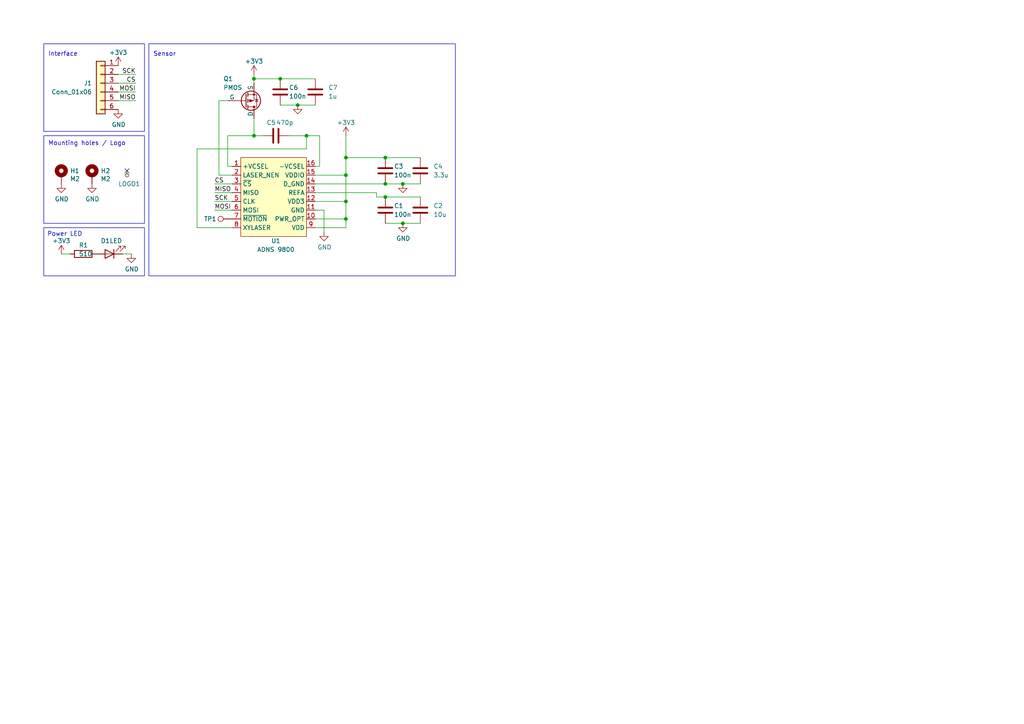
<source format=kicad_sch>
(kicad_sch (version 20230121) (generator eeschema)
  (paper "A4")
  (title_block (title "Module Optique") (date "2023-09-20") (rev "V1.0"))
  (lib_symbols
    (symbol "ComponentsEvo:ADNS_9800"
      (property "Reference" "U?" (at 0 15.24 0))
      (property "Value" "ADNS 9800" (at 0 12.7 0))
      (symbol "ADNS_9800_1_1"
        (rectangle (start -10.16 11.43) (end 8.89 -11.43) (fill (type background)))
        (pin input line (at -12.7 8.89 0) (length 2.54) (name "+VCSEL") (number "1"))
        (pin input line (at 11.43 -6.35 180) (length 2.54) (name "PWR_OPT") (number "10"))
        (pin power_in line (at 11.43 -3.81 180) (length 2.54) (name "GND") (number "11"))
        (pin unspecified line (at 11.43 -1.27 180) (length 2.54) (name "VDD3") (number "12"))
        (pin power_out line (at 11.43 1.27 180) (length 2.54) (name "REFA") (number "13"))
        (pin power_in line (at 11.43 3.81 180) (length 2.54) (name "D_GND") (number "14"))
        (pin power_in line (at 11.43 6.35 180) (length 2.54) (name "VDDIO") (number "15"))
        (pin power_in line (at 11.43 8.89 180) (length 2.54) (name "-VCSEL") (number "16"))
        (pin output line (at -12.7 6.35 0) (length 2.54) (name "LASER_NEN") (number "2"))
        (pin input line (at -12.7 3.81 0) (length 2.54) (name "~{CS}") (number "3"))
        (pin input line (at -12.7 1.27 0) (length 2.54) (name "MISO") (number "4"))
        (pin input line (at -12.7 -1.27 0) (length 2.54) (name "CLK") (number "5"))
        (pin output line (at -12.7 -3.81 0) (length 2.54) (name "MOSI") (number "6"))
        (pin output line (at -12.7 -6.35 0) (length 2.54) (name "~{MOTION}") (number "7"))
        (pin unspecified line (at -12.7 -8.89 0) (length 2.54) (name "XYLASER") (number "8"))
        (pin power_in line (at 11.43 -8.89 180) (length 2.54) (name "VDD") (number "9"))
      )
    )
    (symbol "Connector:TestPoint" (pin_numbers hide) (pin_names (offset 0.762) hide)
      (property "Reference" "TP" (at 0 6.858 0))
      (property "Value" "TestPoint" (at 0 5.08 0))
      (symbol "TestPoint_0_1"
        (circle (center 0 3.302) (radius 0.762))
      )
      (symbol "TestPoint_1_1"
        (pin passive line (at 0 0 90) (length 2.54) (name "1") (number "1"))
      )
    )
    (symbol "Connector:TestPoint_Small" (pin_numbers hide) (pin_names (offset 0.762) hide)
      (property "Reference" "TP" (at 0 3.81 0))
      (property "Value" "TestPoint_Small" (at 0 2.032 0))
      (symbol "TestPoint_Small_0_1"
        (circle (center 0 0) (radius 0.508))
      )
      (symbol "TestPoint_Small_1_1"
        (pin passive line (at 0 0 90) (length 0) (name "1") (number "1"))
      )
    )
    (symbol "Connector_Generic:Conn_01x06" (pin_names (offset 1.016) hide)
      (property "Reference" "J" (at 0 7.62 0))
      (property "Value" "Conn_01x06" (at 0 -10.16 0))
      (symbol "Conn_01x06_1_1"
        (rectangle (start -1.27 -7.493) (end 0 -7.747) (stroke (width 0.1524)))
        (rectangle (start -1.27 -4.953) (end 0 -5.207) (stroke (width 0.1524)))
        (rectangle (start -1.27 -2.413) (end 0 -2.667) (stroke (width 0.1524)))
        (rectangle (start -1.27 0.127) (end 0 -0.127) (stroke (width 0.1524)))
        (rectangle (start -1.27 2.667) (end 0 2.413) (stroke (width 0.1524)))
        (rectangle (start -1.27 5.207) (end 0 4.953) (stroke (width 0.1524)))
        (rectangle (start -1.27 6.35) (end 1.27 -8.89) (stroke (width 0.254)) (fill (type background)))
        (pin passive line (at -5.08 5.08 0) (length 3.81) (name "Pin_1") (number "1"))
        (pin passive line (at -5.08 2.54 0) (length 3.81) (name "Pin_2") (number "2"))
        (pin passive line (at -5.08 0 0) (length 3.81) (name "Pin_3") (number "3"))
        (pin passive line (at -5.08 -2.54 0) (length 3.81) (name "Pin_4") (number "4"))
        (pin passive line (at -5.08 -5.08 0) (length 3.81) (name "Pin_5") (number "5"))
        (pin passive line (at -5.08 -7.62 0) (length 3.81) (name "Pin_6") (number "6"))
      )
    )
    (symbol "Device:C" (pin_numbers hide) (pin_names (offset 0.254))
      (property "Reference" "C" (at 0.635 2.54 0))
      (property "Value" "C" (at 0.635 -2.54 0))
      (symbol "C_0_1"
        (polyline (pts (xy -2.032 -0.762) (xy 2.032 -0.762)) (stroke (width 0.508)))
        (polyline (pts (xy -2.032 0.762) (xy 2.032 0.762)) (stroke (width 0.508)))
      )
      (symbol "C_1_1"
        (pin passive line (at 0 3.81 270) (length 2.794) (name "~") (number "1"))
        (pin passive line (at 0 -3.81 90) (length 2.794) (name "~") (number "2"))
      )
    )
    (symbol "Device:LED" (pin_numbers hide) (pin_names (offset 1.016) hide)
      (property "Reference" "D" (at 0 2.54 0))
      (property "Value" "LED" (at 0 -2.54 0))
      (symbol "LED_0_1"
        (polyline (pts (xy -1.27 -1.27) (xy -1.27 1.27)) (stroke (width 0.254)))
        (polyline (pts (xy -1.27 0) (xy 1.27 0)))
        (polyline (pts (xy 1.27 -1.27) (xy 1.27 1.27) (xy -1.27 0) (xy 1.27 -1.27)) (stroke (width 0.254)))
        (polyline (pts (xy -3.048 -0.762) (xy -4.572 -2.286) (xy -3.81 -2.286) (xy -4.572 -2.286) (xy -4.572 -1.524)))
        (polyline (pts (xy -1.778 -0.762) (xy -3.302 -2.286) (xy -2.54 -2.286) (xy -3.302 -2.286) (xy -3.302 -1.524)))
      )
      (symbol "LED_1_1"
        (pin passive line (at -3.81 0 0) (length 2.54) (name "K") (number "1"))
        (pin passive line (at 3.81 0 180) (length 2.54) (name "A") (number "2"))
      )
    )
    (symbol "Device:R" (pin_numbers hide) (pin_names (offset 0))
      (property "Reference" "R" (at 2.032 0 90))
      (property "Value" "R" (at 0 0 90))
      (symbol "R_0_1"
        (rectangle (start -1.016 -2.54) (end 1.016 2.54) (stroke (width 0.254)))
      )
      (symbol "R_1_1"
        (pin passive line (at 0 3.81 270) (length 1.27) (name "~") (number "1"))
        (pin passive line (at 0 -3.81 90) (length 1.27) (name "~") (number "2"))
      )
    )
    (symbol "Mechanical:MountingHole_Pad" (pin_numbers hide) (pin_names (offset 1.016) hide)
      (property "Reference" "H" (at 0 6.35 0))
      (property "Value" "MountingHole_Pad" (at 0 4.445 0))
      (symbol "MountingHole_Pad_0_1"
        (circle (center 0 1.27) (radius 1.27) (stroke (width 1.27)))
      )
      (symbol "MountingHole_Pad_1_1"
        (pin input line (at 0 -2.54 90) (length 2.54) (name "1") (number "1"))
      )
    )
    (symbol "Simulation_SPICE:PMOS" (pin_numbers hide) (pin_names (offset 0))
      (property "Reference" "Q" (at 5.08 1.27 0))
      (property "Value" "PMOS" (at 5.08 -1.27 0))
      (symbol "PMOS_0_1"
        (polyline (pts (xy 0.254 0) (xy -2.54 0)))
        (polyline (pts (xy 0.254 1.905) (xy 0.254 -1.905)) (stroke (width 0.254)))
        (polyline (pts (xy 0.762 -1.27) (xy 0.762 -2.286)) (stroke (width 0.254)))
        (polyline (pts (xy 0.762 0.508) (xy 0.762 -0.508)) (stroke (width 0.254)))
        (polyline (pts (xy 0.762 2.286) (xy 0.762 1.27)) (stroke (width 0.254)))
        (polyline (pts (xy 2.54 2.54) (xy 2.54 1.778)))
        (polyline (pts (xy 2.54 -2.54) (xy 2.54 0) (xy 0.762 0)))
        (polyline (pts (xy 0.762 1.778) (xy 3.302 1.778) (xy 3.302 -1.778) (xy 0.762 -1.778)))
        (polyline (pts (xy 2.286 0) (xy 1.27 0.381) (xy 1.27 -0.381) (xy 2.286 0)) (fill (type outline)))
        (polyline (pts (xy 2.794 -0.508) (xy 2.921 -0.381) (xy 3.683 -0.381) (xy 3.81 -0.254)))
        (polyline (pts (xy 3.302 -0.381) (xy 2.921 0.254) (xy 3.683 0.254) (xy 3.302 -0.381)))
        (circle (center 1.651 0) (radius 2.794) (stroke (width 0.254)))
        (circle (center 2.54 -1.778) (radius 0.254) (fill (type outline)))
        (circle (center 2.54 1.778) (radius 0.254) (fill (type outline)))
      )
      (symbol "PMOS_1_1"
        (pin passive line (at 2.54 5.08 270) (length 2.54) (name "D") (number "1"))
        (pin input line (at -5.08 0 0) (length 2.54) (name "G") (number "2"))
        (pin passive line (at 2.54 -5.08 90) (length 2.54) (name "S") (number "3"))
      )
    )
    (symbol "carte asserv holo-rescue:+3.3V-power" (power) (pin_names (offset 0))
      (property "Value" "+3.3V-power" (at 0 3.556 0))
      (symbol "+3.3V-power_0_1"
        (polyline (pts (xy -0.762 1.27) (xy 0 2.54)))
        (polyline (pts (xy 0 0) (xy 0 2.54)))
        (polyline (pts (xy 0 2.54) (xy 0.762 1.27)))
      )
      (symbol "+3.3V-power_1_1"
        (pin power_in line (at 0 0 90) (length 0) hide (name "+3V3") (number "1"))
      )
    )
    (symbol "power:GND" (power) (pin_names (offset 0))
      (property "Value" "GND" (at 0 -3.81 0))
      (symbol "GND_0_1"
        (polyline (pts (xy 0 0) (xy 0 -1.27) (xy 1.27 -1.27) (xy 0 -2.54) (xy -1.27 -1.27) (xy 0 -1.27)))
      )
      (symbol "GND_1_1"
        (pin power_in line (at 0 0 270) (length 0) hide (name "GND") (number "1"))
      )
    )
  )
  (junction (at 111.76 53.34))
  (junction (at 88.9 39.37))
  (junction (at 81.28 22.86))
  (junction (at 86.36 30.48))
  (junction (at 116.84 64.77))
  (junction (at 73.66 22.86))
  (junction (at 100.33 50.8))
  (junction (at 111.76 45.72))
  (junction (at 100.33 63.5))
  (junction (at 116.84 53.34))
  (junction (at 100.33 45.72))
  (junction (at 73.66 39.37))
  (junction (at 100.33 58.42))
  (junction (at 111.76 57.15))
  (no_connect (at 36.83 49.53))
  (wire (pts (xy 111.76 53.34) (xy 116.84 53.34)))
  (wire (pts (xy 91.44 53.34) (xy 111.76 53.34)))
  (wire (pts (xy 62.23 60.96) (xy 67.31 60.96)))
  (wire (pts (xy 91.44 58.42) (xy 100.33 58.42)))
  (wire (pts (xy 88.9 43.18) (xy 88.9 39.37)))
  (wire (pts (xy 81.28 22.86) (xy 73.66 22.86)))
  (wire (pts (xy 17.78 73.66) (xy 20.32 73.66)))
  (wire (pts (xy 109.22 55.88) (xy 91.44 55.88)))
  (wire (pts (xy 111.76 64.77) (xy 116.84 64.77)))
  (wire (pts (xy 116.84 53.34) (xy 121.92 53.34)))
  (wire (pts (xy 73.66 39.37) (xy 76.2 39.37)))
  (wire (pts (xy 73.66 34.29) (xy 73.66 39.37)))
  (wire (pts (xy 92.71 48.26) (xy 91.44 48.26)))
  (wire (pts (xy 67.31 66.04) (xy 57.15 66.04)))
  (wire (pts (xy 73.66 21.59) (xy 73.66 22.86)))
  (wire (pts (xy 109.22 57.15) (xy 111.76 57.15)))
  (wire (pts (xy 66.04 48.26) (xy 67.31 48.26)))
  (wire (pts (xy 36.83 49.53) (xy 36.83 50.8)))
  (wire (pts (xy 62.23 53.34) (xy 67.31 53.34)))
  (wire (pts (xy 109.22 57.15) (xy 109.22 55.88)))
  (wire (pts (xy 57.15 43.18) (xy 88.9 43.18)))
  (wire (pts (xy 100.33 45.72) (xy 100.33 50.8)))
  (wire (pts (xy 81.28 30.48) (xy 86.36 30.48)))
  (wire (pts (xy 91.44 60.96) (xy 93.98 60.96)))
  (wire (pts (xy 111.76 57.15) (xy 121.92 57.15)))
  (wire (pts (xy 100.33 45.72) (xy 111.76 45.72)))
  (wire (pts (xy 34.29 26.67) (xy 39.37 26.67)))
  (wire (pts (xy 86.36 30.48) (xy 91.44 30.48)))
  (wire (pts (xy 91.44 50.8) (xy 100.33 50.8)))
  (wire (pts (xy 34.29 21.59) (xy 39.37 21.59)))
  (wire (pts (xy 34.29 29.21) (xy 39.37 29.21)))
  (wire (pts (xy 91.44 66.04) (xy 100.33 66.04)))
  (wire (pts (xy 92.71 39.37) (xy 92.71 48.26)))
  (wire (pts (xy 34.29 24.13) (xy 39.37 24.13)))
  (wire (pts (xy 62.23 58.42) (xy 67.31 58.42)))
  (wire (pts (xy 73.66 22.86) (xy 73.66 24.13)))
  (wire (pts (xy 91.44 63.5) (xy 100.33 63.5)))
  (wire (pts (xy 57.15 66.04) (xy 57.15 43.18)))
  (wire (pts (xy 100.33 63.5) (xy 100.33 66.04)))
  (wire (pts (xy 100.33 39.37) (xy 100.33 45.72)))
  (wire (pts (xy 81.28 22.86) (xy 91.44 22.86)))
  (wire (pts (xy 116.84 64.77) (xy 121.92 64.77)))
  (wire (pts (xy 88.9 39.37) (xy 92.71 39.37)))
  (wire (pts (xy 111.76 45.72) (xy 121.92 45.72)))
  (wire (pts (xy 38.1 73.66) (xy 35.56 73.66)))
  (wire (pts (xy 83.82 39.37) (xy 88.9 39.37)))
  (wire (pts (xy 93.98 60.96) (xy 93.98 67.31)))
  (wire (pts (xy 63.5 29.21) (xy 63.5 50.8)))
  (wire (pts (xy 63.5 50.8) (xy 67.31 50.8)))
  (wire (pts (xy 100.33 50.8) (xy 100.33 58.42)))
  (wire (pts (xy 100.33 58.42) (xy 100.33 63.5)))
  (wire (pts (xy 73.66 39.37) (xy 66.04 39.37)))
  (wire (pts (xy 66.04 39.37) (xy 66.04 48.26)))
  (wire (pts (xy 66.04 29.21) (xy 63.5 29.21)))
  (wire (pts (xy 62.23 55.88) (xy 67.31 55.88)))
  (rectangle (start 12.7 39.37) (end 41.91 64.77))
  (rectangle (start 12.7 12.7) (end 41.91 38.1))
  (rectangle (start 43.18 12.7) (end 132.08 80.01))
  (text_box "Power LED\n" (at 12.7 66.04 0) (size 29.21 13.97) (effects (font (size 1.27 1.27)) (justify left top)))
  (text "Interface \n" (at 13.97 16.51 0) (effects (font (size 1.27 1.27)) (justify left bottom)))
  (text "Sensor\n" (at 44.45 16.51 0) (effects (font (size 1.27 1.27)) (justify left bottom)))
  (text "Mounting holes / Logo\n\n" (at 13.97 44.45 0) (effects (font (size 1.27 1.27)) (justify left bottom)))
  (label "MISO" (at 62.23 55.88 0))
  (label "SCK" (at 62.23 58.42 0))
  (label "CS" (at 39.37 24.13 180))
  (label "CS" (at 62.23 53.34 0))
  (label "MOSI" (at 39.37 26.67 180))
  (label "SCK" (at 39.37 21.59 180))
  (label "MOSI" (at 62.23 60.96 0))
  (label "MISO" (at 39.37 29.21 180))
  (symbol (lib_id "power:GND") (at 34.29 31.75 0) (unit 1)
    (property "Reference" "#PWR02" (effects hide))
    (property "Value" "GND" (at 34.417 36.1442 0))
  )
  (symbol (lib_id "power:GND") (at 17.78 53.34 0) (unit 1)
    (property "Reference" "#PWR09" (effects hide))
    (property "Value" "GND" (at 17.907 57.7342 0))
  )
  (symbol (lib_id "power:GND") (at 93.98 67.31 0) (unit 1)
    (property "Reference" "#PWR03" (effects hide))
    (property "Value" "GND" (at 94.107 71.7042 0))
  )
  (symbol (lib_id "Mechanical:MountingHole_Pad") (at 26.67 50.8 0) (unit 1)
    (property "Reference" "H2" (at 29.21 49.5554 0) (effects (justify left)))
    (property "Value" "M2" (at 29.21 51.8668 0) (effects (justify left)))
    (property "Footprint" "MountingHole:MountingHole_2.2mm_M2_DIN965_Pad" (effects hide))
  )
  (symbol (lib_id "Device:C") (at 111.76 60.96 0) (unit 1)
    (property "Reference" "C1" (at 114.3 59.69 0) (effects (justify left)))
    (property "Value" "100n" (at 114.3 62.23 0) (effects (justify left)))
    (property "Footprint" "Capacitor_SMD:C_0603_1608Metric" (effects hide))
  )
  (symbol (lib_id "Device:R") (at 24.13 73.66 90) (unit 1)
    (property "Reference" "R1" (at 22.86 71.12 90) (effects (justify right)))
    (property "Value" "510" (at 22.86 73.66 90) (effects (justify right)))
    (property "Footprint" "Resistor_SMD:R_0603_1608Metric" (effects hide))
  )
  (symbol (lib_id "power:GND") (at 116.84 64.77 0) (unit 1)
    (property "Reference" "#PWR05" (effects hide))
    (property "Value" "GND" (at 116.967 69.1642 0))
  )
  (symbol (lib_id "Device:C") (at 80.01 39.37 90) (unit 1)
    (property "Reference" "C5" (at 80.01 35.56 90) (effects (justify left)))
    (property "Value" "470p" (at 85.09 35.56 90) (effects (justify left)))
    (property "Footprint" "Capacitor_SMD:C_0603_1608Metric" (effects hide))
  )
  (symbol (lib_id "Connector_Generic:Conn_01x06") (at 29.21 24.13 0) (mirror y) (unit 1)
    (property "Reference" "J1" (at 26.67 24.13 0) (effects (justify left)))
    (property "Value" "Conn_01x06" (at 26.67 26.67 0) (effects (justify left)))
    (property "Footprint" "ConnectorsEvo:B06B-PASK" (effects hide))
  )
  (symbol (lib_id "carte asserv holo-rescue:+3.3V-power") (at 34.29 19.05 0) (unit 1)
    (property "Reference" "#PWR01" (effects hide))
    (property "Value" "+3.3V" (at 34.29 15.24 0))
  )
  (symbol (lib_id "Device:C") (at 111.76 49.53 0) (unit 1)
    (property "Reference" "C3" (at 114.3 48.26 0) (effects (justify left)))
    (property "Value" "100n" (at 114.3 50.8 0) (effects (justify left)))
    (property "Footprint" "Capacitor_SMD:C_0603_1608Metric" (effects hide))
  )
  (symbol (lib_id "power:GND") (at 26.67 53.34 0) (unit 1)
    (property "Reference" "#PWR010" (effects hide))
    (property "Value" "GND" (at 26.797 57.7342 0))
  )
  (symbol (lib_id "Simulation_SPICE:PMOS") (at 71.12 29.21 0) (mirror x) (unit 1)
    (property "Reference" "Q1" (at 64.77 22.86 0) (effects (justify left)))
    (property "Value" "PMOS" (at 64.77 25.4 0) (effects (justify left)))
    (property "Footprint" "Package_TO_SOT_SMD:SOT-23" (effects hide))
    (property "Datasheet" "https://ngspice.sourceforge.io/docs/ngspice-manual.pdf" (effects hide))
    (property "Sim.Device" "PMOS" (effects hide))
    (property "Sim.Type" "VDMOS" (effects hide))
    (property "Sim.Pins" "1=D 2=G 3=S" (effects hide))
  )
  (symbol (lib_id "Connector:TestPoint") (at 67.31 63.5 90) (unit 1)
    (property "Reference" "TP1" (at 60.96 63.5 90))
    (property "Value" "TestPoint" (effects hide))
    (property "Footprint" "TestPoint:TestPoint_Pad_D1.0mm" (effects hide))
  )
  (symbol (lib_id "power:GND") (at 116.84 53.34 0) (unit 1)
    (property "Reference" "#PWR06" (effects hide))
    (property "Value" "GND" (effects hide))
  )
  (symbol (lib_id "carte asserv holo-rescue:+3.3V-power") (at 100.33 39.37 0) (unit 1)
    (property "Reference" "#PWR04" (effects hide))
    (property "Value" "+3.3V" (at 100.33 35.56 0))
  )
  (symbol (lib_id "Device:C") (at 121.92 49.53 0) (unit 1)
    (property "Reference" "C4" (at 125.73 48.26 0) (effects (justify left)))
    (property "Value" "3.3u" (at 125.73 50.8 0) (effects (justify left)))
    (property "Footprint" "Capacitor_SMD:C_0603_1608Metric" (effects hide))
  )
  (symbol (lib_id "ComponentsEvo:ADNS_9800") (at 80.01 57.15 0) (unit 1)
    (property "Reference" "U1" (at 80.01 69.85 0))
    (property "Value" "ADNS 9800" (at 80.01 72.39 0))
    (property "Footprint" "OptoDevice:ADNS-9800" (effects hide))
    (property "Datasheet" "https://datasheet.octopart.com/ADNS-9800-Avago-datasheet-10666463.pdf" (effects hide))
  )
  (symbol (lib_id "Device:C") (at 121.92 60.96 0) (unit 1)
    (property "Reference" "C2" (at 125.73 59.69 0) (effects (justify left)))
    (property "Value" "10u" (at 125.73 62.23 0) (effects (justify left)))
    (property "Footprint" "Capacitor_SMD:C_0603_1608Metric" (effects hide))
  )
  (symbol (lib_id "carte asserv holo-rescue:+3.3V-power") (at 17.78 73.66 0) (unit 1)
    (property "Reference" "#PWR011" (effects hide))
    (property "Value" "+3.3V" (at 17.78 69.85 0))
  )
  (symbol (lib_id "Device:LED") (at 31.75 73.66 180) (unit 1)
    (property "Reference" "D1" (at 29.21 69.85 0) (effects (justify right)))
    (property "Value" "LED" (at 31.75 69.85 0) (effects (justify right)))
    (property "Footprint" "LED_SMD:LED_0805_2012Metric" (effects hide))
  )
  (symbol (lib_id "Mechanical:MountingHole_Pad") (at 17.78 50.8 0) (unit 1)
    (property "Reference" "H1" (at 20.32 49.5554 0) (effects (justify left)))
    (property "Value" "M2" (at 20.32 51.8668 0) (effects (justify left)))
    (property "Footprint" "MountingHole:MountingHole_2.2mm_M2_DIN965_Pad" (effects hide))
  )
  (symbol (lib_id "Connector:TestPoint_Small") (at 36.83 50.8 0) (unit 1)
    (property "Reference" "LOGO1" (at 34.29 53.34 0) (effects (justify left)))
    (property "Value" "TestPoint_Small" (effects hide))
    (property "Footprint" "ComponentsEvo:logo-evo-micro" (effects hide))
  )
  (symbol (lib_id "power:GND") (at 86.36 30.48 0) (unit 1)
    (property "Reference" "#PWR08" (effects hide))
    (property "Value" "GND" (effects hide))
  )
  (symbol (lib_id "power:GND") (at 38.1 73.66 0) (unit 1)
    (property "Reference" "#PWR012" (effects hide))
    (property "Value" "GND" (at 38.227 78.0542 0))
  )
  (symbol (lib_id "Device:C") (at 81.28 26.67 0) (unit 1)
    (property "Reference" "C6" (at 83.82 25.4 0) (effects (justify left)))
    (property "Value" "100n" (at 83.82 27.94 0) (effects (justify left)))
    (property "Footprint" "Capacitor_SMD:C_0603_1608Metric" (effects hide))
  )
  (symbol (lib_id "carte asserv holo-rescue:+3.3V-power") (at 73.66 21.59 0) (unit 1)
    (property "Reference" "#PWR07" (effects hide))
    (property "Value" "+3.3V" (at 73.66 17.78 0))
  )
  (symbol (lib_id "Device:C") (at 91.44 26.67 0) (unit 1)
    (property "Reference" "C7" (at 95.25 25.4 0) (effects (justify left)))
    (property "Value" "1u" (at 95.25 27.94 0) (effects (justify left)))
    (property "Footprint" "Capacitor_SMD:C_0603_1608Metric" (effects hide))
  )
)
</source>
